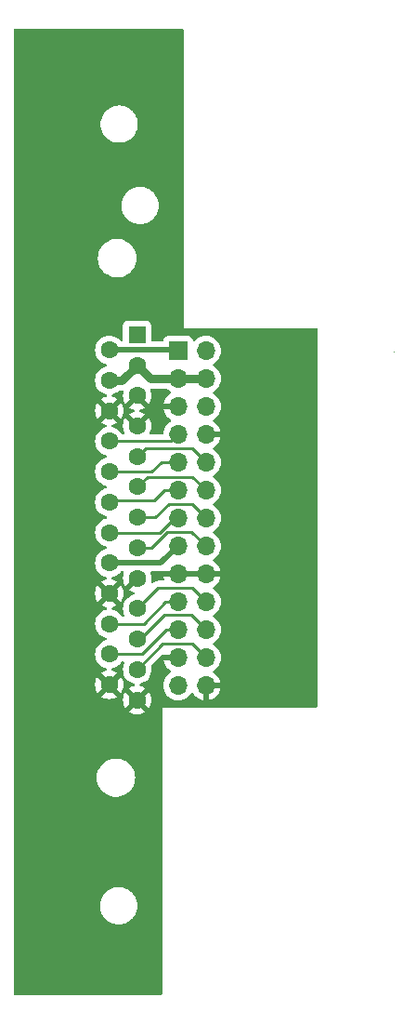
<source format=gbr>
%TF.GenerationSoftware,KiCad,Pcbnew,7.0.2-0*%
%TF.CreationDate,2023-09-18T20:01:19+02:00*%
%TF.ProjectId,FlukePodAdapter,466c756b-6550-46f6-9441-646170746572,rev?*%
%TF.SameCoordinates,Original*%
%TF.FileFunction,Copper,L1,Top*%
%TF.FilePolarity,Positive*%
%FSLAX46Y46*%
G04 Gerber Fmt 4.6, Leading zero omitted, Abs format (unit mm)*
G04 Created by KiCad (PCBNEW 7.0.2-0) date 2023-09-18 20:01:19*
%MOMM*%
%LPD*%
G01*
G04 APERTURE LIST*
%TA.AperFunction,ComponentPad*%
%ADD10O,1.700000X1.700000*%
%TD*%
%TA.AperFunction,ComponentPad*%
%ADD11R,1.700000X1.700000*%
%TD*%
%TA.AperFunction,ComponentPad*%
%ADD12R,1.600000X1.600000*%
%TD*%
%TA.AperFunction,ComponentPad*%
%ADD13C,1.600000*%
%TD*%
%TA.AperFunction,Conductor*%
%ADD14C,0.250000*%
%TD*%
%TA.AperFunction,Conductor*%
%ADD15C,0.500000*%
%TD*%
%TA.AperFunction,Conductor*%
%ADD16C,0.000000*%
%TD*%
%TA.AperFunction,Conductor*%
%ADD17C,0.800000*%
%TD*%
G04 APERTURE END LIST*
D10*
%TO.P,A23-J1,1*%
%TO.N,N/C*%
X77500000Y-80720000D03*
%TO.P,A23-J1,2,+5V*%
%TO.N,+5V*%
X77500000Y-83260000D03*
%TO.P,A23-J1,3*%
%TO.N,N/C*%
X77500000Y-85800000D03*
%TO.P,A23-J1,4,+5RET*%
%TO.N,GND*%
X77500000Y-88340000D03*
%TO.P,A23-J1,5,POD6*%
%TO.N,POD6*%
X77500000Y-90880000D03*
%TO.P,A23-J1,6,POD4*%
%TO.N,POD4*%
X77500000Y-93420000D03*
%TO.P,A23-J1,7,POD2*%
%TO.N,POD2*%
X77500000Y-95960000D03*
%TO.P,A23-J1,8,POD0*%
%TO.N,POD0*%
X77500000Y-98500000D03*
%TO.P,A23-J1,9,~{PODprsnt}*%
%TO.N,GND*%
X77500000Y-101040000D03*
%TO.P,A23-J1,10,~{SYNC}*%
%TO.N,~{PODSYNC}*%
X77500000Y-103580000D03*
%TO.P,A23-J1,11,PWRFAIL*%
%TO.N,PODPWRFAIL*%
X77500000Y-106120000D03*
%TO.P,A23-J1,12,~{MAINSTAT}*%
%TO.N,~{MAINSTAT}*%
X77500000Y-108660000D03*
%TO.P,A23-J1,13,+12RET*%
%TO.N,GND*%
X77500000Y-111200000D03*
D11*
%TO.P,A23-J1,14,+12V*%
%TO.N,+12V*%
X74960000Y-80720000D03*
D10*
%TO.P,A23-J1,15,+5V*%
%TO.N,+5V*%
X74960000Y-83260000D03*
%TO.P,A23-J1,16,+5RET*%
%TO.N,GND*%
X74960000Y-85800000D03*
%TO.P,A23-J1,17,POD7*%
%TO.N,POD7*%
X74960000Y-88340000D03*
%TO.P,A23-J1,18,POD5*%
%TO.N,POD5*%
X74960000Y-90880000D03*
%TO.P,A23-J1,19,POD3*%
%TO.N,POD3*%
X74960000Y-93420000D03*
%TO.P,A23-J1,20,POD1*%
%TO.N,POD1*%
X74960000Y-95960000D03*
%TO.P,A23-J1,21,-5V*%
%TO.N,-5V*%
X74960000Y-98500000D03*
%TO.P,A23-J1,22,SncShld*%
%TO.N,GND*%
X74960000Y-101040000D03*
%TO.P,A23-J1,23,~{9010RST}*%
%TO.N,~{PODRESET}*%
X74960000Y-103580000D03*
%TO.P,A23-J1,24,~{PODSTAT}*%
%TO.N,~{PODSTAT}*%
X74960000Y-106120000D03*
%TO.P,A23-J1,25,-5RET*%
%TO.N,GND*%
X74960000Y-108660000D03*
%TO.P,A23-J1,26*%
%TO.N,N/C*%
X74960000Y-111200000D03*
%TD*%
D12*
%TO.P,J1,1,1*%
%TO.N,unconnected-(J1-Pad1)*%
X71230331Y-79275000D03*
D13*
%TO.P,J1,2,2*%
%TO.N,+5V*%
X71230331Y-82045000D03*
%TO.P,J1,3,3*%
%TO.N,GND*%
X71230331Y-84815000D03*
%TO.P,J1,4,4*%
X71230331Y-87585000D03*
%TO.P,J1,5,5*%
%TO.N,POD6*%
X71230331Y-90355000D03*
%TO.P,J1,6,6*%
%TO.N,POD4*%
X71230331Y-93125000D03*
%TO.P,J1,7,7*%
%TO.N,POD2*%
X71230331Y-95895000D03*
%TO.P,J1,8,8*%
%TO.N,POD0*%
X71230331Y-98665000D03*
%TO.P,J1,9,9*%
%TO.N,GND*%
X71230331Y-101435000D03*
%TO.P,J1,10,10*%
%TO.N,~{PODSYNC}*%
X71230331Y-104205000D03*
%TO.P,J1,11,11*%
%TO.N,PODPWRFAIL*%
X71230331Y-106975000D03*
%TO.P,J1,12,12*%
%TO.N,~{MAINSTAT}*%
X71230331Y-109745000D03*
%TO.P,J1,13,13*%
%TO.N,GND*%
X71230331Y-112515000D03*
%TO.P,J1,14,P14*%
%TO.N,+12V*%
X68690331Y-80660000D03*
%TO.P,J1,15,P15*%
%TO.N,+5V*%
X68690331Y-83430000D03*
%TO.P,J1,16,P16*%
%TO.N,GND*%
X68690331Y-86200000D03*
%TO.P,J1,17,P17*%
%TO.N,POD7*%
X68690331Y-88970000D03*
%TO.P,J1,18,P18*%
%TO.N,POD5*%
X68690331Y-91740000D03*
%TO.P,J1,19,P19*%
%TO.N,POD3*%
X68690331Y-94510000D03*
%TO.P,J1,20,P20*%
%TO.N,POD1*%
X68690331Y-97280000D03*
%TO.P,J1,21,P21*%
%TO.N,-5V*%
X68690331Y-100050000D03*
%TO.P,J1,22,P22*%
%TO.N,GND*%
X68690331Y-102820000D03*
%TO.P,J1,23,P23*%
%TO.N,~{PODRESET}*%
X68690331Y-105590000D03*
%TO.P,J1,24,P24*%
%TO.N,~{PODSTAT}*%
X68690331Y-108360000D03*
%TO.P,J1,25,P25*%
%TO.N,GND*%
X68690331Y-111130000D03*
%TD*%
D14*
%TO.N,POD6*%
X71230331Y-90355000D02*
X71985331Y-89600000D01*
X71985331Y-89600000D02*
X76220000Y-89600000D01*
X76220000Y-89600000D02*
X77500000Y-90880000D01*
%TO.N,POD4*%
X71230331Y-93125000D02*
X72155331Y-92200000D01*
X72155331Y-92200000D02*
X76280000Y-92200000D01*
X76280000Y-92200000D02*
X77500000Y-93420000D01*
%TO.N,POD2*%
X71230331Y-95895000D02*
X72905000Y-95895000D01*
X72905000Y-95895000D02*
X74100000Y-94700000D01*
X74100000Y-94700000D02*
X76240000Y-94700000D01*
X76240000Y-94700000D02*
X77500000Y-95960000D01*
%TO.N,POD0*%
X71230331Y-98665000D02*
X72535000Y-98665000D01*
X72535000Y-98665000D02*
X74000000Y-97200000D01*
X74000000Y-97200000D02*
X76200000Y-97200000D01*
X76200000Y-97200000D02*
X77500000Y-98500000D01*
%TO.N,PODPWRFAIL*%
X71230331Y-106975000D02*
X71525000Y-106975000D01*
X73700000Y-104800000D02*
X76180000Y-104800000D01*
X76180000Y-104800000D02*
X77500000Y-106120000D01*
X71525000Y-106975000D02*
X73700000Y-104800000D01*
%TO.N,~{MAINSTAT}*%
X71230331Y-109745000D02*
X73575331Y-107400000D01*
X73575331Y-107400000D02*
X76240000Y-107400000D01*
X76240000Y-107400000D02*
X77500000Y-108660000D01*
%TO.N,~{PODSTAT}*%
X68690331Y-108360000D02*
X71640000Y-108360000D01*
X73880000Y-106120000D02*
X74960000Y-106120000D01*
X71640000Y-108360000D02*
X73880000Y-106120000D01*
%TO.N,~{PODRESET}*%
X68690331Y-105590000D02*
X71810000Y-105590000D01*
X71810000Y-105590000D02*
X73820000Y-103580000D01*
X73820000Y-103580000D02*
X74960000Y-103580000D01*
%TO.N,POD5*%
X68690331Y-91740000D02*
X72560000Y-91740000D01*
X72560000Y-91740000D02*
X73420000Y-90880000D01*
X73420000Y-90880000D02*
X74960000Y-90880000D01*
%TO.N,POD3*%
X68690331Y-94510000D02*
X68864832Y-94335499D01*
X73680000Y-93420000D02*
X74960000Y-93420000D01*
X68864832Y-94335499D02*
X72764501Y-94335499D01*
X72764501Y-94335499D02*
X73680000Y-93420000D01*
%TO.N,POD1*%
X68690331Y-97280000D02*
X73284310Y-97280000D01*
X74604310Y-95960000D02*
X74960000Y-95960000D01*
X73284310Y-97280000D02*
X74604310Y-95960000D01*
%TO.N,~{PODSYNC}*%
X71230331Y-104205000D02*
X73135331Y-102300000D01*
X73135331Y-102300000D02*
X76220000Y-102300000D01*
X76220000Y-102300000D02*
X77500000Y-103580000D01*
%TO.N,POD7*%
X68690331Y-88970000D02*
X74330000Y-88970000D01*
X74330000Y-88970000D02*
X74960000Y-88340000D01*
D15*
%TO.N,-5V*%
X68690331Y-100050000D02*
X73410000Y-100050000D01*
X73410000Y-100050000D02*
X74960000Y-98500000D01*
%TO.N,+12V*%
X68690331Y-80660000D02*
X74900000Y-80660000D01*
X74900000Y-80660000D02*
X74960000Y-80720000D01*
D16*
%TO.N,*%
X94604700Y-80775000D02*
X94618888Y-80775000D01*
D17*
%TO.N,+5V*%
X69845331Y-83430000D02*
X71230331Y-82045000D01*
X72445331Y-83260000D02*
X74960000Y-83260000D01*
X71230331Y-82045000D02*
X72445331Y-83260000D01*
X74960000Y-83260000D02*
X77500000Y-83260000D01*
X68690331Y-83430000D02*
X69845331Y-83430000D01*
%TD*%
%TA.AperFunction,Conductor*%
%TO.N,GND*%
G36*
X69964210Y-100820185D02*
G01*
X70009965Y-100872989D01*
X70019909Y-100942147D01*
X70009552Y-100976906D01*
X70004065Y-100988672D01*
X69945189Y-101208397D01*
X69925364Y-101434999D01*
X69945189Y-101661602D01*
X70004064Y-101881326D01*
X70100197Y-102087484D01*
X70151303Y-102160471D01*
X70151304Y-102160472D01*
X70747253Y-101564522D01*
X70770838Y-101644844D01*
X70848570Y-101765798D01*
X70957231Y-101859952D01*
X71088016Y-101919680D01*
X71097795Y-101921086D01*
X70504857Y-102514025D01*
X70504857Y-102514026D01*
X70577846Y-102565133D01*
X70784004Y-102661266D01*
X70928432Y-102699966D01*
X70988092Y-102736331D01*
X71018621Y-102799178D01*
X71010326Y-102868554D01*
X70965841Y-102922432D01*
X70928432Y-102939516D01*
X70783833Y-102978261D01*
X70577595Y-103074432D01*
X70391190Y-103204953D01*
X70230284Y-103365859D01*
X70099763Y-103552264D01*
X70003592Y-103758502D01*
X69944695Y-103978310D01*
X69924862Y-104205000D01*
X69944695Y-104431689D01*
X69987101Y-104589953D01*
X70003592Y-104651496D01*
X70056587Y-104765144D01*
X70067290Y-104788095D01*
X70077782Y-104857172D01*
X70049263Y-104920956D01*
X69990786Y-104959196D01*
X69954908Y-104964500D01*
X69904519Y-104964500D01*
X69837480Y-104944815D01*
X69802944Y-104911623D01*
X69690377Y-104750859D01*
X69529471Y-104589953D01*
X69343066Y-104459432D01*
X69136828Y-104363261D01*
X68992229Y-104324516D01*
X68932569Y-104288151D01*
X68902040Y-104225304D01*
X68910335Y-104155928D01*
X68954820Y-104102050D01*
X68992229Y-104084966D01*
X69136658Y-104046266D01*
X69342811Y-103950134D01*
X69415803Y-103899025D01*
X68822865Y-103306086D01*
X68832646Y-103304680D01*
X68963431Y-103244952D01*
X69072092Y-103150798D01*
X69149824Y-103029844D01*
X69173407Y-102949523D01*
X69769356Y-103545472D01*
X69820465Y-103472480D01*
X69916597Y-103266326D01*
X69975472Y-103046602D01*
X69995297Y-102820000D01*
X69975472Y-102593397D01*
X69916597Y-102373673D01*
X69820464Y-102167515D01*
X69769356Y-102094526D01*
X69173407Y-102690475D01*
X69149824Y-102610156D01*
X69072092Y-102489202D01*
X68963431Y-102395048D01*
X68832646Y-102335320D01*
X68822864Y-102333913D01*
X69415803Y-101740974D01*
X69415802Y-101740972D01*
X69342815Y-101689866D01*
X69136657Y-101593733D01*
X68992229Y-101555033D01*
X68932568Y-101518667D01*
X68902040Y-101455820D01*
X68910335Y-101386445D01*
X68954821Y-101332567D01*
X68992227Y-101315484D01*
X69136827Y-101276739D01*
X69343065Y-101180568D01*
X69529470Y-101050047D01*
X69690378Y-100889139D01*
X69715417Y-100853377D01*
X69769995Y-100809752D01*
X69816994Y-100800500D01*
X69897171Y-100800500D01*
X69964210Y-100820185D01*
G37*
%TD.AperFunction*%
%TA.AperFunction,Conductor*%
G36*
X74500507Y-100830156D02*
G01*
X74460000Y-100968111D01*
X74460000Y-101111889D01*
X74500507Y-101249844D01*
X74526314Y-101290000D01*
X73629364Y-101290000D01*
X73689377Y-101513970D01*
X73686576Y-101514720D01*
X73694546Y-101567162D01*
X73666032Y-101630949D01*
X73607559Y-101669193D01*
X73571671Y-101674500D01*
X73218075Y-101674500D01*
X73197568Y-101672235D01*
X73127458Y-101674439D01*
X73123563Y-101674500D01*
X73095981Y-101674500D01*
X73092136Y-101674985D01*
X73092111Y-101674987D01*
X73091984Y-101675004D01*
X73080364Y-101675918D01*
X73036700Y-101677290D01*
X73017460Y-101682880D01*
X72998412Y-101686825D01*
X72978540Y-101689335D01*
X72937930Y-101705413D01*
X72926885Y-101709194D01*
X72884941Y-101721381D01*
X72867696Y-101731579D01*
X72850235Y-101740133D01*
X72831598Y-101747512D01*
X72796262Y-101773185D01*
X72786505Y-101779595D01*
X72748911Y-101801829D01*
X72734744Y-101815996D01*
X72719953Y-101828628D01*
X72693760Y-101847659D01*
X72627954Y-101871140D01*
X72559900Y-101855316D01*
X72511204Y-101805211D01*
X72497328Y-101736733D01*
X72501098Y-101715247D01*
X72515472Y-101661600D01*
X72535297Y-101434999D01*
X72515472Y-101208397D01*
X72456596Y-100988672D01*
X72451110Y-100976906D01*
X72440617Y-100907829D01*
X72469136Y-100844045D01*
X72527612Y-100805804D01*
X72563491Y-100800500D01*
X73346294Y-100800500D01*
X73364264Y-100801809D01*
X73368320Y-100802402D01*
X73388023Y-100805289D01*
X73437368Y-100800972D01*
X73448176Y-100800500D01*
X73450100Y-100800500D01*
X73453709Y-100800500D01*
X73484550Y-100796894D01*
X73488024Y-100796539D01*
X73557408Y-100790470D01*
X73568215Y-100792642D01*
X73568215Y-100790000D01*
X74526314Y-100790000D01*
X74500507Y-100830156D01*
G37*
%TD.AperFunction*%
%TA.AperFunction,Conductor*%
G36*
X77040507Y-100830156D02*
G01*
X77000000Y-100968111D01*
X77000000Y-101111889D01*
X77040507Y-101249844D01*
X77066314Y-101290000D01*
X75393686Y-101290000D01*
X75419493Y-101249844D01*
X75460000Y-101111889D01*
X75460000Y-100968111D01*
X75419493Y-100830156D01*
X75393686Y-100790000D01*
X77066314Y-100790000D01*
X77040507Y-100830156D01*
G37*
%TD.AperFunction*%
%TA.AperFunction,Conductor*%
G36*
X69784102Y-84332026D02*
G01*
X69797943Y-84334219D01*
X69845927Y-84331704D01*
X69913903Y-84347853D01*
X69962359Y-84398190D01*
X69975908Y-84466733D01*
X69972190Y-84487627D01*
X69945189Y-84588395D01*
X69925364Y-84815000D01*
X69945189Y-85041602D01*
X70004064Y-85261326D01*
X70100197Y-85467484D01*
X70151303Y-85540471D01*
X70151304Y-85540472D01*
X70747253Y-84944522D01*
X70770838Y-85024844D01*
X70848570Y-85145798D01*
X70957231Y-85239952D01*
X71088016Y-85299680D01*
X71097797Y-85301086D01*
X70504857Y-85894025D01*
X70504857Y-85894026D01*
X70577846Y-85945133D01*
X70784004Y-86041266D01*
X70929398Y-86080225D01*
X70989058Y-86116590D01*
X71019587Y-86179437D01*
X71011292Y-86248813D01*
X70966807Y-86302691D01*
X70929398Y-86319775D01*
X70784004Y-86358733D01*
X70577847Y-86454865D01*
X70504858Y-86505973D01*
X70504857Y-86505973D01*
X71097798Y-87098913D01*
X71088016Y-87100320D01*
X70957231Y-87160048D01*
X70848570Y-87254202D01*
X70770838Y-87375156D01*
X70747253Y-87455476D01*
X70151304Y-86859527D01*
X70100196Y-86932516D01*
X70004064Y-87138672D01*
X69945189Y-87358397D01*
X69925364Y-87584999D01*
X69945189Y-87811602D01*
X70004064Y-88031326D01*
X70067841Y-88168095D01*
X70078333Y-88237173D01*
X70049813Y-88300957D01*
X69991337Y-88339196D01*
X69955459Y-88344500D01*
X69904519Y-88344500D01*
X69837480Y-88324815D01*
X69802944Y-88291623D01*
X69690377Y-88130859D01*
X69529471Y-87969953D01*
X69343066Y-87839432D01*
X69136828Y-87743261D01*
X68992229Y-87704516D01*
X68932569Y-87668151D01*
X68902040Y-87605304D01*
X68910335Y-87535928D01*
X68954820Y-87482050D01*
X68992229Y-87464966D01*
X69136658Y-87426266D01*
X69342811Y-87330134D01*
X69415803Y-87279025D01*
X68822865Y-86686086D01*
X68832646Y-86684680D01*
X68963431Y-86624952D01*
X69072092Y-86530798D01*
X69149824Y-86409844D01*
X69173407Y-86329523D01*
X69769356Y-86925472D01*
X69820465Y-86852480D01*
X69916597Y-86646326D01*
X69975472Y-86426602D01*
X69995297Y-86200000D01*
X69975472Y-85973397D01*
X69916597Y-85753673D01*
X69820464Y-85547515D01*
X69769356Y-85474526D01*
X69173407Y-86070475D01*
X69149824Y-85990156D01*
X69072092Y-85869202D01*
X68963431Y-85775048D01*
X68832646Y-85715320D01*
X68822864Y-85713913D01*
X69415803Y-85120974D01*
X69415802Y-85120972D01*
X69342815Y-85069866D01*
X69136657Y-84973733D01*
X68992229Y-84935033D01*
X68932568Y-84898667D01*
X68902040Y-84835820D01*
X68910335Y-84766445D01*
X68954821Y-84712567D01*
X68992227Y-84695484D01*
X69136827Y-84656739D01*
X69343065Y-84560568D01*
X69529470Y-84430047D01*
X69592699Y-84366817D01*
X69654020Y-84333334D01*
X69680379Y-84330500D01*
X69764705Y-84330500D01*
X69784102Y-84332026D01*
G37*
%TD.AperFunction*%
%TA.AperFunction,Conductor*%
G36*
X73966281Y-84180185D02*
G01*
X73986923Y-84196819D01*
X74088599Y-84298495D01*
X74274596Y-84428732D01*
X74318219Y-84483307D01*
X74325412Y-84552806D01*
X74293890Y-84615160D01*
X74274595Y-84631880D01*
X74088919Y-84761892D01*
X73921890Y-84928921D01*
X73786400Y-85122421D01*
X73686569Y-85336507D01*
X73629364Y-85549999D01*
X73629364Y-85550000D01*
X74526314Y-85550000D01*
X74500507Y-85590156D01*
X74460000Y-85728111D01*
X74460000Y-85871889D01*
X74500507Y-86009844D01*
X74526314Y-86050000D01*
X73629364Y-86050000D01*
X73686569Y-86263492D01*
X73786399Y-86477576D01*
X73921893Y-86671081D01*
X74088918Y-86838106D01*
X74274595Y-86968119D01*
X74318219Y-87022696D01*
X74325412Y-87092195D01*
X74293890Y-87154549D01*
X74274595Y-87171269D01*
X74188654Y-87231446D01*
X74120703Y-87279026D01*
X74088595Y-87301508D01*
X73921505Y-87468598D01*
X73785965Y-87662170D01*
X73686097Y-87876336D01*
X73624936Y-88104592D01*
X73613850Y-88231308D01*
X73588397Y-88296376D01*
X73531807Y-88337355D01*
X73490322Y-88344500D01*
X72505203Y-88344500D01*
X72438164Y-88324815D01*
X72392409Y-88272011D01*
X72382465Y-88202853D01*
X72392821Y-88168095D01*
X72456597Y-88031326D01*
X72515472Y-87811602D01*
X72535297Y-87585000D01*
X72515472Y-87358397D01*
X72456597Y-87138673D01*
X72360464Y-86932515D01*
X72309356Y-86859526D01*
X71713407Y-87455474D01*
X71689824Y-87375156D01*
X71612092Y-87254202D01*
X71503431Y-87160048D01*
X71372646Y-87100320D01*
X71362864Y-87098913D01*
X71955803Y-86505974D01*
X71955802Y-86505972D01*
X71882815Y-86454866D01*
X71676657Y-86358733D01*
X71531263Y-86319775D01*
X71471603Y-86283410D01*
X71441074Y-86220563D01*
X71449369Y-86151187D01*
X71493854Y-86097309D01*
X71531263Y-86080225D01*
X71676657Y-86041266D01*
X71882811Y-85945134D01*
X71955803Y-85894025D01*
X71362865Y-85301086D01*
X71372646Y-85299680D01*
X71503431Y-85239952D01*
X71612092Y-85145798D01*
X71689824Y-85024844D01*
X71713407Y-84944523D01*
X72309356Y-85540472D01*
X72360465Y-85467480D01*
X72456597Y-85261326D01*
X72515472Y-85041602D01*
X72535297Y-84815000D01*
X72515472Y-84588397D01*
X72456597Y-84368675D01*
X72441783Y-84336904D01*
X72431292Y-84267826D01*
X72459812Y-84204043D01*
X72518289Y-84165804D01*
X72554166Y-84160500D01*
X73899242Y-84160500D01*
X73966281Y-84180185D01*
G37*
%TD.AperFunction*%
%TA.AperFunction,Conductor*%
G36*
X75442539Y-51420185D02*
G01*
X75488294Y-51472989D01*
X75499500Y-51524500D01*
X75499500Y-78675467D01*
X75499416Y-78675889D01*
X75499459Y-78700000D01*
X75499501Y-78700101D01*
X75499616Y-78700382D01*
X75499618Y-78700384D01*
X75499808Y-78700462D01*
X75500000Y-78700541D01*
X75500002Y-78700539D01*
X75524616Y-78700524D01*
X75524616Y-78700528D01*
X75524760Y-78700500D01*
X87575500Y-78700500D01*
X87642539Y-78720185D01*
X87688294Y-78772989D01*
X87699500Y-78824500D01*
X87699500Y-113075500D01*
X87679815Y-113142539D01*
X87627011Y-113188294D01*
X87575500Y-113199500D01*
X73524760Y-113199500D01*
X73524554Y-113199459D01*
X73499999Y-113199459D01*
X73499900Y-113199500D01*
X73499618Y-113199615D01*
X73499615Y-113199618D01*
X73499459Y-113199999D01*
X73499476Y-113224616D01*
X73499471Y-113224616D01*
X73499500Y-113224759D01*
X73499500Y-139275500D01*
X73479815Y-139342539D01*
X73427011Y-139388294D01*
X73375500Y-139399500D01*
X60124500Y-139399500D01*
X60057461Y-139379815D01*
X60011706Y-139327011D01*
X60000500Y-139275500D01*
X60000500Y-131250000D01*
X67840327Y-131250000D01*
X67846154Y-131327765D01*
X67844038Y-131337649D01*
X67848845Y-131368768D01*
X67849949Y-131378404D01*
X67850218Y-131381984D01*
X67850567Y-131391275D01*
X67850567Y-131417620D01*
X67853748Y-131429095D01*
X67859340Y-131503716D01*
X67877398Y-131582832D01*
X67876714Y-131593980D01*
X67886759Y-131625721D01*
X67889423Y-131635517D01*
X67890366Y-131639645D01*
X67892027Y-131648331D01*
X67895735Y-131672337D01*
X67900005Y-131681875D01*
X67915957Y-131751768D01*
X67946768Y-131830272D01*
X67947845Y-131842431D01*
X67963308Y-131873660D01*
X67967611Y-131883379D01*
X67969633Y-131888531D01*
X67972426Y-131896420D01*
X67979015Y-131917242D01*
X67983857Y-131924774D01*
X68008910Y-131988607D01*
X68028007Y-132021683D01*
X68052674Y-132064408D01*
X68055791Y-132077258D01*
X68076603Y-132106846D01*
X68082564Y-132116180D01*
X68086357Y-132122749D01*
X68090097Y-132129733D01*
X68098489Y-132146683D01*
X68103385Y-132152242D01*
X68136125Y-132208949D01*
X68162666Y-132242231D01*
X68192690Y-132279879D01*
X68198061Y-132293035D01*
X68223939Y-132319925D01*
X68231535Y-132328590D01*
X68238031Y-132336736D01*
X68242502Y-132342702D01*
X68251385Y-132355332D01*
X68255850Y-132359080D01*
X68294758Y-132407869D01*
X68294760Y-132407871D01*
X68294761Y-132407872D01*
X68363624Y-132471768D01*
X68371390Y-132484806D01*
X68401842Y-132508019D01*
X68411014Y-132515739D01*
X68421309Y-132525292D01*
X68426308Y-132530201D01*
X68434152Y-132538351D01*
X68437748Y-132540545D01*
X68481267Y-132580924D01*
X68561544Y-132635656D01*
X68571766Y-132648123D01*
X68606135Y-132666812D01*
X68616749Y-132673294D01*
X68632163Y-132683803D01*
X68637485Y-132687642D01*
X68642549Y-132691502D01*
X68644905Y-132692490D01*
X68691486Y-132724249D01*
X68781936Y-132767807D01*
X68794590Y-132779232D01*
X68832068Y-132792692D01*
X68843937Y-132797665D01*
X68865973Y-132808277D01*
X68871384Y-132811050D01*
X68871763Y-132811256D01*
X68872588Y-132811463D01*
X68920718Y-132834641D01*
X69019736Y-132865184D01*
X69034706Y-132875094D01*
X69074368Y-132882786D01*
X69087288Y-132886021D01*
X69163843Y-132909635D01*
X69269517Y-132925562D01*
X69286597Y-132933504D01*
X69327445Y-132935070D01*
X69341176Y-132936364D01*
X69415429Y-132947556D01*
X69525545Y-132947556D01*
X69544449Y-132953107D01*
X69585447Y-132948374D01*
X69599668Y-132947556D01*
X69669858Y-132947556D01*
X69781952Y-132930660D01*
X69802312Y-132933446D01*
X69842402Y-132922429D01*
X69856770Y-132919383D01*
X69921445Y-132909635D01*
X70032879Y-132875261D01*
X70054251Y-132874971D01*
X70092397Y-132857871D01*
X70106572Y-132852531D01*
X70107644Y-132852200D01*
X70164570Y-132834641D01*
X70272569Y-132782631D01*
X70294458Y-132779027D01*
X70329687Y-132756213D01*
X70343274Y-132748581D01*
X70393802Y-132724249D01*
X70495544Y-132654882D01*
X70517405Y-132647812D01*
X70548816Y-132619819D01*
X70561458Y-132609942D01*
X70604021Y-132580924D01*
X70696680Y-132494948D01*
X70717938Y-132484352D01*
X70744744Y-132451848D01*
X70756061Y-132439851D01*
X70790530Y-132407869D01*
X70871382Y-132306482D01*
X70891447Y-132292398D01*
X70912979Y-132256181D01*
X70922609Y-132242245D01*
X70949163Y-132208949D01*
X71015637Y-132093812D01*
X71033918Y-132076381D01*
X71049657Y-132037331D01*
X71057271Y-132021699D01*
X71076378Y-131988607D01*
X71169331Y-131751766D01*
X71225947Y-131503717D01*
X71244960Y-131250000D01*
X71225947Y-130996283D01*
X71169331Y-130748234D01*
X71076378Y-130511393D01*
X71057278Y-130478311D01*
X71049658Y-130462670D01*
X71037116Y-130431552D01*
X71015639Y-130406190D01*
X70949163Y-130291051D01*
X70922621Y-130257768D01*
X70912981Y-130243821D01*
X70895688Y-130214734D01*
X70871384Y-130193519D01*
X70853741Y-130171395D01*
X70790530Y-130092131D01*
X70756070Y-130060157D01*
X70744750Y-130048156D01*
X70723056Y-130021850D01*
X70696680Y-130005051D01*
X70604023Y-129919077D01*
X70561468Y-129890064D01*
X70548820Y-129880183D01*
X70523210Y-129857359D01*
X70495546Y-129845118D01*
X70401118Y-129780739D01*
X70393802Y-129775751D01*
X70343295Y-129751428D01*
X70329694Y-129743789D01*
X70300759Y-129725050D01*
X70272569Y-129717368D01*
X70164573Y-129665360D01*
X70106573Y-129647469D01*
X70092401Y-129642129D01*
X70060849Y-129627985D01*
X70032881Y-129624738D01*
X69921447Y-129590365D01*
X69856783Y-129580618D01*
X69842409Y-129577571D01*
X69809014Y-129568394D01*
X69781953Y-129569339D01*
X69669859Y-129552444D01*
X69669858Y-129552444D01*
X69599663Y-129552444D01*
X69585443Y-129551626D01*
X69551060Y-129547656D01*
X69525544Y-129552444D01*
X69415429Y-129552444D01*
X69341195Y-129563633D01*
X69327463Y-129564927D01*
X69292963Y-129566249D01*
X69269519Y-129574436D01*
X69163841Y-129590365D01*
X69087316Y-129613970D01*
X69074376Y-129617211D01*
X69040659Y-129623750D01*
X69019738Y-129634815D01*
X68920721Y-129665358D01*
X68920718Y-129665359D01*
X68872589Y-129688536D01*
X68871945Y-129688642D01*
X68871346Y-129688968D01*
X68865927Y-129691744D01*
X68843965Y-129702321D01*
X68832075Y-129707303D01*
X68800011Y-129718818D01*
X68781938Y-129732191D01*
X68691486Y-129775751D01*
X68644906Y-129807508D01*
X68643062Y-129808104D01*
X68637458Y-129812376D01*
X68632140Y-129816211D01*
X68616758Y-129826698D01*
X68606146Y-129833179D01*
X68576553Y-129849271D01*
X68561547Y-129864341D01*
X68481268Y-129919074D01*
X68437748Y-129959455D01*
X68434892Y-129960878D01*
X68426298Y-129969808D01*
X68421295Y-129974721D01*
X68411017Y-129984257D01*
X68401852Y-129991971D01*
X68375464Y-130012086D01*
X68363627Y-130028229D01*
X68294757Y-130092131D01*
X68255850Y-130140919D01*
X68252240Y-130143452D01*
X68242499Y-130157301D01*
X68238027Y-130163269D01*
X68231547Y-130171395D01*
X68223944Y-130180069D01*
X68201385Y-130203509D01*
X68192692Y-130220117D01*
X68136125Y-130291050D01*
X68103385Y-130347757D01*
X68099326Y-130351626D01*
X68090094Y-130370273D01*
X68086356Y-130377252D01*
X68082569Y-130383811D01*
X68076607Y-130393148D01*
X68058355Y-130419096D01*
X68052675Y-130435589D01*
X68008909Y-130511394D01*
X67983858Y-130575224D01*
X67979705Y-130580579D01*
X67972424Y-130603586D01*
X67969629Y-130611480D01*
X67967609Y-130616626D01*
X67963308Y-130626336D01*
X67949675Y-130653870D01*
X67946770Y-130669722D01*
X67915957Y-130748234D01*
X67915957Y-130748236D01*
X67900005Y-130818124D01*
X67896140Y-130825033D01*
X67892025Y-130851672D01*
X67890370Y-130860332D01*
X67889429Y-130864455D01*
X67886760Y-130874275D01*
X67877851Y-130902427D01*
X67877398Y-130917167D01*
X67859340Y-130996283D01*
X67853748Y-131070904D01*
X67850567Y-131079344D01*
X67850567Y-131108724D01*
X67850218Y-131118020D01*
X67849949Y-131121598D01*
X67848845Y-131131228D01*
X67844559Y-131158979D01*
X67846155Y-131172234D01*
X67840327Y-131250000D01*
X60000500Y-131250000D01*
X60000500Y-119600000D01*
X67544591Y-119600000D01*
X67564197Y-119861627D01*
X67622580Y-120117418D01*
X67717426Y-120359080D01*
X67718432Y-120361643D01*
X67849614Y-120588857D01*
X68013195Y-120793981D01*
X68013197Y-120793983D01*
X68013198Y-120793984D01*
X68205514Y-120972428D01*
X68205520Y-120972432D01*
X68205521Y-120972433D01*
X68422296Y-121120228D01*
X68658677Y-121234063D01*
X68909385Y-121311396D01*
X69168818Y-121350500D01*
X69431182Y-121350500D01*
X69690615Y-121311396D01*
X69941323Y-121234063D01*
X70177704Y-121120228D01*
X70394479Y-120972433D01*
X70394482Y-120972429D01*
X70394485Y-120972428D01*
X70479792Y-120893273D01*
X70586805Y-120793981D01*
X70750386Y-120588857D01*
X70881568Y-120361643D01*
X70977420Y-120117416D01*
X71035802Y-119861630D01*
X71055408Y-119600000D01*
X71035802Y-119338370D01*
X70977420Y-119082584D01*
X70881568Y-118838357D01*
X70750386Y-118611143D01*
X70586805Y-118406019D01*
X70586801Y-118406015D01*
X70394485Y-118227571D01*
X70377170Y-118215766D01*
X70177704Y-118079772D01*
X69941323Y-117965937D01*
X69690615Y-117888604D01*
X69431182Y-117849500D01*
X69168818Y-117849500D01*
X68909385Y-117888604D01*
X68658677Y-117965937D01*
X68422296Y-118079772D01*
X68414791Y-118084889D01*
X68205514Y-118227571D01*
X68013198Y-118406015D01*
X67849613Y-118611143D01*
X67718431Y-118838358D01*
X67622580Y-119082581D01*
X67564197Y-119338372D01*
X67544591Y-119600000D01*
X60000500Y-119600000D01*
X60000500Y-108360000D01*
X67384862Y-108360000D01*
X67404695Y-108586689D01*
X67463592Y-108806497D01*
X67559763Y-109012735D01*
X67690284Y-109199140D01*
X67851190Y-109360046D01*
X68037595Y-109490567D01*
X68037596Y-109490567D01*
X68037597Y-109490568D01*
X68243835Y-109586739D01*
X68388431Y-109625483D01*
X68448092Y-109661848D01*
X68478621Y-109724695D01*
X68470326Y-109794070D01*
X68425841Y-109847948D01*
X68388433Y-109865033D01*
X68244002Y-109903734D01*
X68037847Y-109999865D01*
X67964858Y-110050973D01*
X67964857Y-110050973D01*
X68557798Y-110643913D01*
X68548016Y-110645320D01*
X68417231Y-110705048D01*
X68308570Y-110799202D01*
X68230838Y-110920156D01*
X68207254Y-111000476D01*
X67611304Y-110404526D01*
X67611304Y-110404527D01*
X67560196Y-110477516D01*
X67464064Y-110683672D01*
X67405189Y-110903397D01*
X67385364Y-111130000D01*
X67405189Y-111356602D01*
X67464064Y-111576326D01*
X67560197Y-111782484D01*
X67611303Y-111855471D01*
X67611305Y-111855472D01*
X68207253Y-111259523D01*
X68230838Y-111339844D01*
X68308570Y-111460798D01*
X68417231Y-111554952D01*
X68548016Y-111614680D01*
X68557797Y-111616086D01*
X67964857Y-112209025D01*
X67964857Y-112209026D01*
X68037846Y-112260133D01*
X68244004Y-112356266D01*
X68463728Y-112415141D01*
X68690331Y-112434966D01*
X68916933Y-112415141D01*
X69136657Y-112356266D01*
X69342811Y-112260134D01*
X69415803Y-112209025D01*
X68822865Y-111616086D01*
X68832646Y-111614680D01*
X68963431Y-111554952D01*
X69072092Y-111460798D01*
X69149824Y-111339844D01*
X69173407Y-111259523D01*
X69769356Y-111855472D01*
X69820465Y-111782480D01*
X69916597Y-111576326D01*
X69975472Y-111356602D01*
X69995297Y-111130000D01*
X69975472Y-110903397D01*
X69916597Y-110683673D01*
X69820464Y-110477515D01*
X69769356Y-110404526D01*
X69173407Y-111000475D01*
X69149824Y-110920156D01*
X69072092Y-110799202D01*
X68963431Y-110705048D01*
X68832646Y-110645320D01*
X68822864Y-110643913D01*
X69415803Y-110050974D01*
X69415802Y-110050972D01*
X69342815Y-109999866D01*
X69136657Y-109903733D01*
X68992229Y-109865033D01*
X68932568Y-109828667D01*
X68902040Y-109765820D01*
X68910335Y-109696445D01*
X68954821Y-109642567D01*
X68992227Y-109625484D01*
X69136827Y-109586739D01*
X69343065Y-109490568D01*
X69529470Y-109360047D01*
X69690378Y-109199139D01*
X69770332Y-109084952D01*
X69802944Y-109038377D01*
X69857520Y-108994752D01*
X69904519Y-108985500D01*
X69954908Y-108985500D01*
X70021947Y-109005185D01*
X70067702Y-109057989D01*
X70077646Y-109127147D01*
X70067290Y-109161905D01*
X70003592Y-109298502D01*
X69944695Y-109518310D01*
X69924862Y-109745000D01*
X69944695Y-109971689D01*
X70003592Y-110191497D01*
X70099763Y-110397735D01*
X70230284Y-110584140D01*
X70391190Y-110745046D01*
X70577595Y-110875567D01*
X70577596Y-110875567D01*
X70577597Y-110875568D01*
X70783835Y-110971739D01*
X70928431Y-111010483D01*
X70988092Y-111046848D01*
X71018621Y-111109695D01*
X71010326Y-111179070D01*
X70965841Y-111232948D01*
X70928433Y-111250033D01*
X70784002Y-111288734D01*
X70577847Y-111384865D01*
X70504858Y-111435973D01*
X70504857Y-111435973D01*
X71097798Y-112028913D01*
X71088016Y-112030320D01*
X70957231Y-112090048D01*
X70848570Y-112184202D01*
X70770838Y-112305156D01*
X70747254Y-112385476D01*
X70151304Y-111789526D01*
X70151304Y-111789527D01*
X70100196Y-111862516D01*
X70004064Y-112068672D01*
X69945189Y-112288397D01*
X69925364Y-112514999D01*
X69945189Y-112741602D01*
X70004064Y-112961326D01*
X70100197Y-113167484D01*
X70151303Y-113240471D01*
X70151305Y-113240472D01*
X70747253Y-112644523D01*
X70770838Y-112724844D01*
X70848570Y-112845798D01*
X70957231Y-112939952D01*
X71088016Y-112999680D01*
X71097797Y-113001086D01*
X70504857Y-113594025D01*
X70504857Y-113594026D01*
X70577846Y-113645133D01*
X70784004Y-113741266D01*
X71003728Y-113800141D01*
X71230331Y-113819966D01*
X71456933Y-113800141D01*
X71676657Y-113741266D01*
X71882811Y-113645134D01*
X71955803Y-113594025D01*
X71362865Y-113001086D01*
X71372646Y-112999680D01*
X71503431Y-112939952D01*
X71612092Y-112845798D01*
X71689824Y-112724844D01*
X71713407Y-112644523D01*
X72309356Y-113240472D01*
X72360465Y-113167480D01*
X72456597Y-112961326D01*
X72515472Y-112741602D01*
X72535297Y-112514999D01*
X72515472Y-112288397D01*
X72456597Y-112068673D01*
X72360464Y-111862515D01*
X72309356Y-111789526D01*
X71713407Y-112385475D01*
X71689824Y-112305156D01*
X71612092Y-112184202D01*
X71503431Y-112090048D01*
X71372646Y-112030320D01*
X71362864Y-112028913D01*
X71955803Y-111435974D01*
X71955802Y-111435972D01*
X71882815Y-111384866D01*
X71676657Y-111288733D01*
X71532229Y-111250033D01*
X71472568Y-111213667D01*
X71442040Y-111150820D01*
X71450335Y-111081445D01*
X71494821Y-111027567D01*
X71532227Y-111010484D01*
X71676827Y-110971739D01*
X71883065Y-110875568D01*
X72069470Y-110745047D01*
X72230378Y-110584139D01*
X72360899Y-110397734D01*
X72457070Y-110191496D01*
X72515966Y-109971692D01*
X72535799Y-109745000D01*
X72515966Y-109518308D01*
X72497649Y-109449951D01*
X72499313Y-109380101D01*
X72529742Y-109330178D01*
X73451476Y-108408444D01*
X73512796Y-108374962D01*
X73582488Y-108379946D01*
X73623137Y-108410000D01*
X74526314Y-108410000D01*
X74500507Y-108450156D01*
X74460000Y-108588111D01*
X74460000Y-108731889D01*
X74500507Y-108869844D01*
X74526314Y-108910000D01*
X73629364Y-108910000D01*
X73686569Y-109123492D01*
X73786399Y-109337576D01*
X73921893Y-109531081D01*
X74088918Y-109698106D01*
X74274595Y-109828119D01*
X74318219Y-109882696D01*
X74325412Y-109952195D01*
X74293890Y-110014549D01*
X74274595Y-110031269D01*
X74088595Y-110161508D01*
X73921505Y-110328598D01*
X73785965Y-110522170D01*
X73686097Y-110736336D01*
X73624936Y-110964592D01*
X73604340Y-111200000D01*
X73624936Y-111435407D01*
X73631740Y-111460798D01*
X73686097Y-111663663D01*
X73785965Y-111877830D01*
X73921505Y-112071401D01*
X74088599Y-112238495D01*
X74282170Y-112374035D01*
X74496337Y-112473903D01*
X74708059Y-112530633D01*
X74724592Y-112535063D01*
X74959999Y-112555659D01*
X74959999Y-112555658D01*
X74960000Y-112555659D01*
X75195408Y-112535063D01*
X75423663Y-112473903D01*
X75637830Y-112374035D01*
X75831401Y-112238495D01*
X75998495Y-112071401D01*
X76128732Y-111885403D01*
X76183307Y-111841780D01*
X76252805Y-111834586D01*
X76315160Y-111866109D01*
X76331880Y-111885404D01*
X76461893Y-112071081D01*
X76628918Y-112238106D01*
X76822423Y-112373600D01*
X77036509Y-112473430D01*
X77250000Y-112530634D01*
X77250000Y-111635501D01*
X77357685Y-111684680D01*
X77464237Y-111700000D01*
X77535763Y-111700000D01*
X77642315Y-111684680D01*
X77750000Y-111635501D01*
X77750000Y-112530633D01*
X77963490Y-112473430D01*
X78177576Y-112373600D01*
X78371081Y-112238106D01*
X78538106Y-112071081D01*
X78673600Y-111877576D01*
X78773430Y-111663492D01*
X78830636Y-111450000D01*
X77933686Y-111450000D01*
X77959493Y-111409844D01*
X78000000Y-111271889D01*
X78000000Y-111128111D01*
X77959493Y-110990156D01*
X77933686Y-110950000D01*
X78830636Y-110950000D01*
X78830635Y-110949999D01*
X78773430Y-110736507D01*
X78673599Y-110522421D01*
X78538109Y-110328921D01*
X78371081Y-110161893D01*
X78185404Y-110031880D01*
X78141780Y-109977303D01*
X78134587Y-109907804D01*
X78166109Y-109845450D01*
X78185399Y-109828734D01*
X78371401Y-109698495D01*
X78538495Y-109531401D01*
X78674035Y-109337830D01*
X78773903Y-109123663D01*
X78835063Y-108895408D01*
X78855659Y-108660000D01*
X78835063Y-108424592D01*
X78773903Y-108196337D01*
X78674035Y-107982171D01*
X78538495Y-107788599D01*
X78371401Y-107621505D01*
X78185839Y-107491573D01*
X78142216Y-107436998D01*
X78135022Y-107367500D01*
X78166545Y-107305145D01*
X78185837Y-107288428D01*
X78371401Y-107158495D01*
X78538495Y-106991401D01*
X78674035Y-106797830D01*
X78773903Y-106583663D01*
X78835063Y-106355408D01*
X78855659Y-106120000D01*
X78835063Y-105884592D01*
X78773903Y-105656337D01*
X78674035Y-105442171D01*
X78538495Y-105248599D01*
X78371401Y-105081505D01*
X78185839Y-104951573D01*
X78142215Y-104896997D01*
X78135023Y-104827498D01*
X78166545Y-104765144D01*
X78185831Y-104748432D01*
X78371401Y-104618495D01*
X78538495Y-104451401D01*
X78674035Y-104257830D01*
X78773903Y-104043663D01*
X78835063Y-103815408D01*
X78855659Y-103580000D01*
X78835063Y-103344592D01*
X78773903Y-103116337D01*
X78674035Y-102902171D01*
X78538495Y-102708599D01*
X78371401Y-102541505D01*
X78185402Y-102411267D01*
X78141780Y-102356692D01*
X78134587Y-102287193D01*
X78166109Y-102224839D01*
X78185405Y-102208119D01*
X78371078Y-102078109D01*
X78538106Y-101911081D01*
X78673600Y-101717576D01*
X78773430Y-101503492D01*
X78830636Y-101290000D01*
X77933686Y-101290000D01*
X77959493Y-101249844D01*
X78000000Y-101111889D01*
X78000000Y-100968111D01*
X77959493Y-100830156D01*
X77933686Y-100790000D01*
X78830636Y-100790000D01*
X78830635Y-100789999D01*
X78773430Y-100576507D01*
X78673599Y-100362421D01*
X78538109Y-100168921D01*
X78371081Y-100001893D01*
X78185404Y-99871880D01*
X78141780Y-99817303D01*
X78134587Y-99747804D01*
X78166109Y-99685450D01*
X78185399Y-99668734D01*
X78371401Y-99538495D01*
X78538495Y-99371401D01*
X78674035Y-99177830D01*
X78773903Y-98963663D01*
X78835063Y-98735408D01*
X78855659Y-98500000D01*
X78847834Y-98410567D01*
X78835063Y-98264592D01*
X78822713Y-98218502D01*
X78773903Y-98036337D01*
X78674035Y-97822171D01*
X78538495Y-97628599D01*
X78371401Y-97461505D01*
X78185839Y-97331573D01*
X78142216Y-97276998D01*
X78135022Y-97207500D01*
X78166545Y-97145145D01*
X78185837Y-97128428D01*
X78371401Y-96998495D01*
X78538495Y-96831401D01*
X78674035Y-96637830D01*
X78773903Y-96423663D01*
X78835063Y-96195408D01*
X78855659Y-95960000D01*
X78835063Y-95724592D01*
X78773903Y-95496337D01*
X78674035Y-95282171D01*
X78538495Y-95088599D01*
X78371401Y-94921505D01*
X78185839Y-94791573D01*
X78142215Y-94736997D01*
X78135023Y-94667498D01*
X78166545Y-94605144D01*
X78185831Y-94588432D01*
X78371401Y-94458495D01*
X78538495Y-94291401D01*
X78674035Y-94097830D01*
X78773903Y-93883663D01*
X78835063Y-93655408D01*
X78855659Y-93420000D01*
X78835063Y-93184592D01*
X78773903Y-92956337D01*
X78674035Y-92742171D01*
X78538495Y-92548599D01*
X78371401Y-92381505D01*
X78185839Y-92251573D01*
X78142216Y-92196998D01*
X78135022Y-92127500D01*
X78166545Y-92065145D01*
X78185837Y-92048428D01*
X78371401Y-91918495D01*
X78538495Y-91751401D01*
X78674035Y-91557830D01*
X78773903Y-91343663D01*
X78835063Y-91115408D01*
X78855659Y-90880000D01*
X78835063Y-90644592D01*
X78773903Y-90416337D01*
X78674035Y-90202171D01*
X78538495Y-90008599D01*
X78371401Y-89841505D01*
X78185402Y-89711267D01*
X78141780Y-89656692D01*
X78134587Y-89587193D01*
X78166109Y-89524839D01*
X78185405Y-89508119D01*
X78371078Y-89378109D01*
X78538106Y-89211081D01*
X78673600Y-89017576D01*
X78773430Y-88803492D01*
X78830636Y-88590000D01*
X77933686Y-88590000D01*
X77959493Y-88549844D01*
X78000000Y-88411889D01*
X78000000Y-88268111D01*
X77959493Y-88130156D01*
X77933686Y-88090000D01*
X78830636Y-88090000D01*
X78830635Y-88089999D01*
X78773430Y-87876507D01*
X78673599Y-87662421D01*
X78538109Y-87468921D01*
X78371081Y-87301893D01*
X78185404Y-87171880D01*
X78141780Y-87117303D01*
X78134587Y-87047804D01*
X78166109Y-86985450D01*
X78185399Y-86968734D01*
X78371401Y-86838495D01*
X78538495Y-86671401D01*
X78674035Y-86477830D01*
X78773903Y-86263663D01*
X78835063Y-86035408D01*
X78855659Y-85800000D01*
X78835063Y-85564592D01*
X78773903Y-85336337D01*
X78674035Y-85122171D01*
X78538495Y-84928599D01*
X78371401Y-84761505D01*
X78185839Y-84631573D01*
X78142216Y-84576998D01*
X78135022Y-84507500D01*
X78166545Y-84445145D01*
X78185837Y-84428428D01*
X78371401Y-84298495D01*
X78538495Y-84131401D01*
X78674035Y-83937830D01*
X78773903Y-83723663D01*
X78835063Y-83495408D01*
X78855659Y-83260000D01*
X78835063Y-83024592D01*
X78773903Y-82796337D01*
X78674035Y-82582171D01*
X78538495Y-82388599D01*
X78371401Y-82221505D01*
X78185839Y-82091573D01*
X78142216Y-82036998D01*
X78135022Y-81967500D01*
X78166545Y-81905145D01*
X78185837Y-81888428D01*
X78371401Y-81758495D01*
X78538495Y-81591401D01*
X78674035Y-81397830D01*
X78773903Y-81183663D01*
X78835063Y-80955408D01*
X78855659Y-80720000D01*
X78850409Y-80659999D01*
X78835063Y-80484592D01*
X78821322Y-80433310D01*
X78773903Y-80256337D01*
X78674035Y-80042171D01*
X78538495Y-79848599D01*
X78371401Y-79681505D01*
X78177830Y-79545965D01*
X77963663Y-79446097D01*
X77902502Y-79429709D01*
X77735407Y-79384936D01*
X77499999Y-79364340D01*
X77264592Y-79384936D01*
X77036336Y-79446097D01*
X76822170Y-79545965D01*
X76628601Y-79681503D01*
X76506673Y-79803431D01*
X76445350Y-79836915D01*
X76375658Y-79831931D01*
X76319725Y-79790059D01*
X76302810Y-79759082D01*
X76295658Y-79739907D01*
X76253796Y-79627669D01*
X76167546Y-79512454D01*
X76052331Y-79426204D01*
X75917483Y-79375909D01*
X75857873Y-79369500D01*
X75854550Y-79369500D01*
X74065439Y-79369500D01*
X74065420Y-79369500D01*
X74062128Y-79369501D01*
X74058848Y-79369853D01*
X74058840Y-79369854D01*
X74002515Y-79375909D01*
X73867669Y-79426204D01*
X73752454Y-79512454D01*
X73666204Y-79627668D01*
X73615907Y-79762520D01*
X73612012Y-79798755D01*
X73585274Y-79863306D01*
X73527882Y-79903154D01*
X73488723Y-79909500D01*
X72654831Y-79909500D01*
X72587792Y-79889815D01*
X72542037Y-79837011D01*
X72530831Y-79785500D01*
X72530830Y-78430439D01*
X72530830Y-78427128D01*
X72524422Y-78367517D01*
X72474127Y-78232669D01*
X72387877Y-78117454D01*
X72272662Y-78031204D01*
X72137814Y-77980909D01*
X72078204Y-77974500D01*
X72074881Y-77974500D01*
X70385770Y-77974500D01*
X70385751Y-77974500D01*
X70382459Y-77974501D01*
X70379179Y-77974853D01*
X70379171Y-77974854D01*
X70322846Y-77980909D01*
X70188000Y-78031204D01*
X70072785Y-78117454D01*
X69986535Y-78232668D01*
X69936241Y-78367515D01*
X69936240Y-78367517D01*
X69929831Y-78427127D01*
X69929831Y-78430448D01*
X69929831Y-78430449D01*
X69929831Y-79769558D01*
X69910146Y-79836597D01*
X69857342Y-79882352D01*
X69788184Y-79892296D01*
X69724628Y-79863271D01*
X69704255Y-79840679D01*
X69690378Y-79820860D01*
X69529471Y-79659953D01*
X69343066Y-79529432D01*
X69136828Y-79433261D01*
X68917020Y-79374364D01*
X68690331Y-79354531D01*
X68463641Y-79374364D01*
X68243833Y-79433261D01*
X68037595Y-79529432D01*
X67851190Y-79659953D01*
X67690284Y-79820859D01*
X67559763Y-80007264D01*
X67463592Y-80213502D01*
X67404695Y-80433310D01*
X67384862Y-80659999D01*
X67404695Y-80886689D01*
X67463592Y-81106497D01*
X67559763Y-81312735D01*
X67690284Y-81499140D01*
X67851190Y-81660046D01*
X68037595Y-81790567D01*
X68037596Y-81790567D01*
X68037597Y-81790568D01*
X68243835Y-81886739D01*
X68357873Y-81917295D01*
X68387467Y-81925225D01*
X68447127Y-81961590D01*
X68477656Y-82024437D01*
X68469361Y-82093813D01*
X68424876Y-82147691D01*
X68387467Y-82164775D01*
X68243833Y-82203261D01*
X68037595Y-82299432D01*
X67851190Y-82429953D01*
X67690284Y-82590859D01*
X67559763Y-82777264D01*
X67463592Y-82983502D01*
X67404695Y-83203310D01*
X67384862Y-83430000D01*
X67404695Y-83656689D01*
X67463592Y-83876497D01*
X67559763Y-84082735D01*
X67690284Y-84269140D01*
X67851190Y-84430046D01*
X68037595Y-84560567D01*
X68037596Y-84560567D01*
X68037597Y-84560568D01*
X68243835Y-84656739D01*
X68388431Y-84695483D01*
X68448092Y-84731848D01*
X68478621Y-84794695D01*
X68470326Y-84864070D01*
X68425841Y-84917948D01*
X68388433Y-84935033D01*
X68244002Y-84973734D01*
X68037847Y-85069865D01*
X67964858Y-85120973D01*
X67964857Y-85120973D01*
X68557798Y-85713913D01*
X68548016Y-85715320D01*
X68417231Y-85775048D01*
X68308570Y-85869202D01*
X68230838Y-85990156D01*
X68207254Y-86070476D01*
X67611304Y-85474526D01*
X67611304Y-85474527D01*
X67560196Y-85547516D01*
X67464064Y-85753672D01*
X67405189Y-85973397D01*
X67385364Y-86200000D01*
X67405189Y-86426602D01*
X67464064Y-86646326D01*
X67560197Y-86852484D01*
X67611303Y-86925471D01*
X67611305Y-86925472D01*
X68207253Y-86329523D01*
X68230838Y-86409844D01*
X68308570Y-86530798D01*
X68417231Y-86624952D01*
X68548016Y-86684680D01*
X68557797Y-86686086D01*
X67964857Y-87279025D01*
X67964857Y-87279026D01*
X68037846Y-87330133D01*
X68244004Y-87426266D01*
X68388432Y-87464966D01*
X68448092Y-87501331D01*
X68478621Y-87564178D01*
X68470326Y-87633554D01*
X68425841Y-87687432D01*
X68388432Y-87704516D01*
X68243833Y-87743261D01*
X68037595Y-87839432D01*
X67851190Y-87969953D01*
X67690284Y-88130859D01*
X67559763Y-88317264D01*
X67463592Y-88523502D01*
X67404695Y-88743310D01*
X67384862Y-88969999D01*
X67404695Y-89196689D01*
X67463592Y-89416497D01*
X67559763Y-89622735D01*
X67690284Y-89809140D01*
X67851190Y-89970046D01*
X68037595Y-90100567D01*
X68037596Y-90100567D01*
X68037597Y-90100568D01*
X68243835Y-90196739D01*
X68351173Y-90225500D01*
X68387467Y-90235225D01*
X68447127Y-90271590D01*
X68477656Y-90334437D01*
X68469361Y-90403813D01*
X68424876Y-90457691D01*
X68387467Y-90474775D01*
X68243833Y-90513261D01*
X68037595Y-90609432D01*
X67851190Y-90739953D01*
X67690284Y-90900859D01*
X67559763Y-91087264D01*
X67463592Y-91293502D01*
X67404695Y-91513310D01*
X67384862Y-91740000D01*
X67404695Y-91966689D01*
X67463592Y-92186497D01*
X67559763Y-92392735D01*
X67690284Y-92579140D01*
X67851190Y-92740046D01*
X68037595Y-92870567D01*
X68037596Y-92870567D01*
X68037597Y-92870568D01*
X68243835Y-92966739D01*
X68357873Y-92997295D01*
X68387467Y-93005225D01*
X68447127Y-93041590D01*
X68477656Y-93104437D01*
X68469361Y-93173813D01*
X68424876Y-93227691D01*
X68387467Y-93244775D01*
X68243833Y-93283261D01*
X68037595Y-93379432D01*
X67851190Y-93509953D01*
X67690284Y-93670859D01*
X67559763Y-93857264D01*
X67463592Y-94063502D01*
X67404695Y-94283310D01*
X67384862Y-94509999D01*
X67404695Y-94736689D01*
X67463592Y-94956497D01*
X67559763Y-95162735D01*
X67690284Y-95349140D01*
X67851190Y-95510046D01*
X68037595Y-95640567D01*
X68037596Y-95640567D01*
X68037597Y-95640568D01*
X68243835Y-95736739D01*
X68357873Y-95767295D01*
X68387467Y-95775225D01*
X68447127Y-95811590D01*
X68477656Y-95874437D01*
X68469361Y-95943813D01*
X68424876Y-95997691D01*
X68387467Y-96014775D01*
X68243833Y-96053261D01*
X68037595Y-96149432D01*
X67851190Y-96279953D01*
X67690284Y-96440859D01*
X67559763Y-96627264D01*
X67463592Y-96833502D01*
X67404695Y-97053310D01*
X67384862Y-97280000D01*
X67404695Y-97506689D01*
X67463592Y-97726497D01*
X67559763Y-97932735D01*
X67690284Y-98119140D01*
X67851190Y-98280046D01*
X68037595Y-98410567D01*
X68037596Y-98410567D01*
X68037597Y-98410568D01*
X68243835Y-98506739D01*
X68357873Y-98537295D01*
X68387467Y-98545225D01*
X68447127Y-98581590D01*
X68477656Y-98644437D01*
X68469361Y-98713813D01*
X68424876Y-98767691D01*
X68387467Y-98784775D01*
X68243833Y-98823261D01*
X68037595Y-98919432D01*
X67851190Y-99049953D01*
X67690284Y-99210859D01*
X67559763Y-99397264D01*
X67463592Y-99603502D01*
X67404695Y-99823310D01*
X67384862Y-100049999D01*
X67404695Y-100276689D01*
X67463592Y-100496497D01*
X67559763Y-100702735D01*
X67690284Y-100889140D01*
X67851190Y-101050046D01*
X68037595Y-101180567D01*
X68037596Y-101180567D01*
X68037597Y-101180568D01*
X68243835Y-101276739D01*
X68388431Y-101315483D01*
X68448092Y-101351848D01*
X68478621Y-101414695D01*
X68470326Y-101484070D01*
X68425841Y-101537948D01*
X68388433Y-101555033D01*
X68244002Y-101593734D01*
X68037847Y-101689865D01*
X67964858Y-101740973D01*
X67964857Y-101740973D01*
X68557798Y-102333913D01*
X68548016Y-102335320D01*
X68417231Y-102395048D01*
X68308570Y-102489202D01*
X68230838Y-102610156D01*
X68207254Y-102690476D01*
X67611304Y-102094526D01*
X67611304Y-102094527D01*
X67560196Y-102167516D01*
X67464064Y-102373672D01*
X67405189Y-102593397D01*
X67385364Y-102820000D01*
X67405189Y-103046602D01*
X67464064Y-103266326D01*
X67560197Y-103472484D01*
X67611303Y-103545471D01*
X67611305Y-103545472D01*
X68207253Y-102949523D01*
X68230838Y-103029844D01*
X68308570Y-103150798D01*
X68417231Y-103244952D01*
X68548016Y-103304680D01*
X68557797Y-103306086D01*
X67964857Y-103899025D01*
X67964857Y-103899026D01*
X68037846Y-103950133D01*
X68244004Y-104046266D01*
X68388432Y-104084966D01*
X68448092Y-104121331D01*
X68478621Y-104184178D01*
X68470326Y-104253554D01*
X68425841Y-104307432D01*
X68388432Y-104324516D01*
X68243833Y-104363261D01*
X68037595Y-104459432D01*
X67851190Y-104589953D01*
X67690284Y-104750859D01*
X67559763Y-104937264D01*
X67463592Y-105143502D01*
X67404695Y-105363310D01*
X67384862Y-105590000D01*
X67404695Y-105816689D01*
X67463592Y-106036497D01*
X67559763Y-106242735D01*
X67690284Y-106429140D01*
X67851190Y-106590046D01*
X68037595Y-106720567D01*
X68037596Y-106720567D01*
X68037597Y-106720568D01*
X68243835Y-106816739D01*
X68357873Y-106847295D01*
X68387467Y-106855225D01*
X68447127Y-106891590D01*
X68477656Y-106954437D01*
X68469361Y-107023813D01*
X68424876Y-107077691D01*
X68387467Y-107094775D01*
X68243833Y-107133261D01*
X68037595Y-107229432D01*
X67851190Y-107359953D01*
X67690284Y-107520859D01*
X67559763Y-107707264D01*
X67463592Y-107913502D01*
X67404695Y-108133310D01*
X67384862Y-108360000D01*
X60000500Y-108360000D01*
X60000500Y-72299999D01*
X67644591Y-72299999D01*
X67664197Y-72561627D01*
X67722580Y-72817418D01*
X67817426Y-73059080D01*
X67818432Y-73061643D01*
X67949614Y-73288857D01*
X68113195Y-73493981D01*
X68113197Y-73493983D01*
X68113198Y-73493984D01*
X68305514Y-73672428D01*
X68305520Y-73672432D01*
X68305521Y-73672433D01*
X68522296Y-73820228D01*
X68758677Y-73934063D01*
X69009385Y-74011396D01*
X69268818Y-74050500D01*
X69531182Y-74050500D01*
X69790615Y-74011396D01*
X70041323Y-73934063D01*
X70277704Y-73820228D01*
X70494479Y-73672433D01*
X70494482Y-73672429D01*
X70494485Y-73672428D01*
X70579792Y-73593273D01*
X70686805Y-73493981D01*
X70850386Y-73288857D01*
X70981568Y-73061643D01*
X71077420Y-72817416D01*
X71135802Y-72561630D01*
X71155408Y-72300000D01*
X71135802Y-72038370D01*
X71077420Y-71782584D01*
X70981568Y-71538357D01*
X70850386Y-71311143D01*
X70686805Y-71106019D01*
X70686801Y-71106015D01*
X70494485Y-70927571D01*
X70477170Y-70915766D01*
X70277704Y-70779772D01*
X70041323Y-70665937D01*
X69790615Y-70588604D01*
X69531182Y-70549500D01*
X69268818Y-70549500D01*
X69009385Y-70588604D01*
X68758677Y-70665937D01*
X68522296Y-70779772D01*
X68514791Y-70784889D01*
X68305514Y-70927571D01*
X68113198Y-71106015D01*
X67949613Y-71311143D01*
X67818431Y-71538358D01*
X67722580Y-71782581D01*
X67664197Y-72038372D01*
X67644591Y-72299999D01*
X60000500Y-72299999D01*
X60000500Y-67500000D01*
X69790327Y-67500000D01*
X69796154Y-67577765D01*
X69794038Y-67587649D01*
X69798845Y-67618768D01*
X69799949Y-67628404D01*
X69800218Y-67631984D01*
X69800567Y-67641275D01*
X69800567Y-67667620D01*
X69803748Y-67679095D01*
X69809340Y-67753716D01*
X69827398Y-67832832D01*
X69826714Y-67843980D01*
X69836759Y-67875721D01*
X69839423Y-67885517D01*
X69840366Y-67889645D01*
X69842027Y-67898331D01*
X69845735Y-67922337D01*
X69850005Y-67931875D01*
X69865957Y-68001768D01*
X69896768Y-68080272D01*
X69897845Y-68092431D01*
X69913308Y-68123660D01*
X69917611Y-68133379D01*
X69919633Y-68138531D01*
X69922426Y-68146420D01*
X69929015Y-68167242D01*
X69933857Y-68174774D01*
X69958910Y-68238607D01*
X69978007Y-68271683D01*
X70002674Y-68314408D01*
X70005791Y-68327258D01*
X70026603Y-68356846D01*
X70032564Y-68366180D01*
X70036357Y-68372749D01*
X70040097Y-68379733D01*
X70048489Y-68396683D01*
X70053385Y-68402242D01*
X70086125Y-68458949D01*
X70112666Y-68492231D01*
X70142690Y-68529879D01*
X70148061Y-68543035D01*
X70173939Y-68569925D01*
X70181535Y-68578590D01*
X70188031Y-68586736D01*
X70192502Y-68592702D01*
X70201385Y-68605332D01*
X70205850Y-68609080D01*
X70244758Y-68657869D01*
X70244760Y-68657871D01*
X70244761Y-68657872D01*
X70313624Y-68721768D01*
X70321390Y-68734806D01*
X70351842Y-68758019D01*
X70361014Y-68765739D01*
X70371309Y-68775292D01*
X70376308Y-68780201D01*
X70384152Y-68788351D01*
X70387748Y-68790545D01*
X70431267Y-68830924D01*
X70511544Y-68885656D01*
X70521766Y-68898123D01*
X70556135Y-68916812D01*
X70566749Y-68923294D01*
X70582163Y-68933803D01*
X70587485Y-68937642D01*
X70592549Y-68941502D01*
X70594905Y-68942490D01*
X70641486Y-68974249D01*
X70731936Y-69017807D01*
X70744590Y-69029232D01*
X70782068Y-69042692D01*
X70793937Y-69047665D01*
X70815973Y-69058277D01*
X70821384Y-69061050D01*
X70821763Y-69061256D01*
X70822588Y-69061463D01*
X70870718Y-69084641D01*
X70969736Y-69115184D01*
X70984706Y-69125094D01*
X71024368Y-69132786D01*
X71037288Y-69136021D01*
X71113843Y-69159635D01*
X71219517Y-69175562D01*
X71236597Y-69183504D01*
X71277445Y-69185070D01*
X71291176Y-69186364D01*
X71365429Y-69197556D01*
X71475545Y-69197556D01*
X71494449Y-69203107D01*
X71535447Y-69198374D01*
X71549668Y-69197556D01*
X71619858Y-69197556D01*
X71731952Y-69180660D01*
X71752312Y-69183446D01*
X71792402Y-69172429D01*
X71806770Y-69169383D01*
X71871445Y-69159635D01*
X71982879Y-69125261D01*
X72004251Y-69124971D01*
X72042397Y-69107871D01*
X72056572Y-69102531D01*
X72057644Y-69102200D01*
X72114570Y-69084641D01*
X72222569Y-69032631D01*
X72244458Y-69029027D01*
X72279687Y-69006213D01*
X72293274Y-68998581D01*
X72343802Y-68974249D01*
X72445544Y-68904882D01*
X72467405Y-68897812D01*
X72498816Y-68869819D01*
X72511458Y-68859942D01*
X72554021Y-68830924D01*
X72646680Y-68744948D01*
X72667938Y-68734352D01*
X72694744Y-68701848D01*
X72706061Y-68689851D01*
X72740530Y-68657869D01*
X72821382Y-68556482D01*
X72841447Y-68542398D01*
X72862979Y-68506181D01*
X72872609Y-68492245D01*
X72899163Y-68458949D01*
X72965637Y-68343812D01*
X72983918Y-68326381D01*
X72999657Y-68287331D01*
X73007271Y-68271699D01*
X73026378Y-68238607D01*
X73119331Y-68001766D01*
X73175947Y-67753717D01*
X73194960Y-67500000D01*
X73175947Y-67246283D01*
X73119331Y-66998234D01*
X73026378Y-66761393D01*
X73007278Y-66728311D01*
X72999658Y-66712670D01*
X72987116Y-66681552D01*
X72965639Y-66656190D01*
X72899163Y-66541051D01*
X72872621Y-66507768D01*
X72862981Y-66493821D01*
X72845688Y-66464734D01*
X72821384Y-66443519D01*
X72803741Y-66421395D01*
X72740530Y-66342131D01*
X72706070Y-66310157D01*
X72694750Y-66298156D01*
X72673056Y-66271850D01*
X72646680Y-66255051D01*
X72554023Y-66169077D01*
X72511468Y-66140064D01*
X72498820Y-66130183D01*
X72473210Y-66107359D01*
X72445546Y-66095118D01*
X72351118Y-66030739D01*
X72343802Y-66025751D01*
X72293295Y-66001428D01*
X72279694Y-65993789D01*
X72250759Y-65975050D01*
X72222569Y-65967368D01*
X72114573Y-65915360D01*
X72056573Y-65897469D01*
X72042401Y-65892129D01*
X72010849Y-65877985D01*
X71982881Y-65874738D01*
X71871447Y-65840365D01*
X71806783Y-65830618D01*
X71792409Y-65827571D01*
X71759014Y-65818394D01*
X71731953Y-65819339D01*
X71619859Y-65802444D01*
X71619858Y-65802444D01*
X71549663Y-65802444D01*
X71535443Y-65801626D01*
X71501060Y-65797656D01*
X71475544Y-65802444D01*
X71365429Y-65802444D01*
X71291195Y-65813633D01*
X71277463Y-65814927D01*
X71242963Y-65816249D01*
X71219519Y-65824436D01*
X71113841Y-65840365D01*
X71037316Y-65863970D01*
X71024376Y-65867211D01*
X70990659Y-65873750D01*
X70969738Y-65884815D01*
X70870721Y-65915358D01*
X70870718Y-65915359D01*
X70822589Y-65938536D01*
X70821945Y-65938642D01*
X70821346Y-65938968D01*
X70815927Y-65941744D01*
X70793965Y-65952321D01*
X70782075Y-65957303D01*
X70750011Y-65968818D01*
X70731938Y-65982191D01*
X70641486Y-66025751D01*
X70594906Y-66057508D01*
X70593062Y-66058104D01*
X70587458Y-66062376D01*
X70582140Y-66066211D01*
X70566758Y-66076698D01*
X70556146Y-66083179D01*
X70526553Y-66099271D01*
X70511547Y-66114341D01*
X70431268Y-66169074D01*
X70387748Y-66209455D01*
X70384892Y-66210878D01*
X70376298Y-66219808D01*
X70371295Y-66224721D01*
X70361017Y-66234257D01*
X70351852Y-66241971D01*
X70325464Y-66262086D01*
X70313627Y-66278229D01*
X70244757Y-66342131D01*
X70205850Y-66390919D01*
X70202240Y-66393452D01*
X70192499Y-66407301D01*
X70188027Y-66413269D01*
X70181547Y-66421395D01*
X70173944Y-66430069D01*
X70151385Y-66453509D01*
X70142692Y-66470117D01*
X70086125Y-66541050D01*
X70053385Y-66597757D01*
X70049326Y-66601626D01*
X70040094Y-66620273D01*
X70036356Y-66627252D01*
X70032569Y-66633811D01*
X70026607Y-66643148D01*
X70008355Y-66669096D01*
X70002675Y-66685589D01*
X69958909Y-66761394D01*
X69933858Y-66825224D01*
X69929705Y-66830579D01*
X69922424Y-66853586D01*
X69919629Y-66861480D01*
X69917609Y-66866626D01*
X69913308Y-66876336D01*
X69899675Y-66903870D01*
X69896770Y-66919722D01*
X69865957Y-66998234D01*
X69865957Y-66998236D01*
X69850005Y-67068124D01*
X69846140Y-67075033D01*
X69842025Y-67101672D01*
X69840370Y-67110332D01*
X69839429Y-67114455D01*
X69836760Y-67124275D01*
X69827851Y-67152427D01*
X69827398Y-67167167D01*
X69809340Y-67246283D01*
X69803748Y-67320904D01*
X69800567Y-67329344D01*
X69800567Y-67358724D01*
X69800218Y-67368020D01*
X69799949Y-67371598D01*
X69798845Y-67381228D01*
X69794559Y-67408979D01*
X69796155Y-67422234D01*
X69790327Y-67500000D01*
X60000500Y-67500000D01*
X60000500Y-60100000D01*
X67890327Y-60100000D01*
X67896154Y-60177765D01*
X67894038Y-60187649D01*
X67898845Y-60218768D01*
X67899949Y-60228404D01*
X67900218Y-60231984D01*
X67900567Y-60241275D01*
X67900567Y-60267620D01*
X67903748Y-60279095D01*
X67909340Y-60353716D01*
X67927398Y-60432832D01*
X67926714Y-60443980D01*
X67936759Y-60475721D01*
X67939423Y-60485517D01*
X67940366Y-60489645D01*
X67942027Y-60498331D01*
X67945735Y-60522337D01*
X67950005Y-60531875D01*
X67965957Y-60601768D01*
X67996768Y-60680272D01*
X67997845Y-60692431D01*
X68013308Y-60723660D01*
X68017611Y-60733379D01*
X68019633Y-60738531D01*
X68022426Y-60746420D01*
X68029015Y-60767242D01*
X68033857Y-60774774D01*
X68058910Y-60838607D01*
X68078007Y-60871683D01*
X68102674Y-60914408D01*
X68105791Y-60927258D01*
X68126603Y-60956846D01*
X68132564Y-60966180D01*
X68136357Y-60972749D01*
X68140097Y-60979733D01*
X68148489Y-60996683D01*
X68153385Y-61002242D01*
X68186125Y-61058949D01*
X68212666Y-61092231D01*
X68242690Y-61129879D01*
X68248061Y-61143035D01*
X68273939Y-61169925D01*
X68281535Y-61178590D01*
X68288031Y-61186736D01*
X68292502Y-61192702D01*
X68301385Y-61205332D01*
X68305850Y-61209080D01*
X68344758Y-61257869D01*
X68344760Y-61257871D01*
X68344761Y-61257872D01*
X68413624Y-61321768D01*
X68421390Y-61334806D01*
X68451842Y-61358019D01*
X68461014Y-61365739D01*
X68471309Y-61375292D01*
X68476308Y-61380201D01*
X68484152Y-61388351D01*
X68487748Y-61390545D01*
X68531267Y-61430924D01*
X68611544Y-61485656D01*
X68621766Y-61498123D01*
X68656135Y-61516812D01*
X68666749Y-61523294D01*
X68682163Y-61533803D01*
X68687485Y-61537642D01*
X68692549Y-61541502D01*
X68694905Y-61542490D01*
X68741486Y-61574249D01*
X68831936Y-61617807D01*
X68844590Y-61629232D01*
X68882068Y-61642692D01*
X68893937Y-61647665D01*
X68915973Y-61658277D01*
X68921384Y-61661050D01*
X68921763Y-61661256D01*
X68922588Y-61661463D01*
X68970718Y-61684641D01*
X69069736Y-61715184D01*
X69084706Y-61725094D01*
X69124368Y-61732786D01*
X69137288Y-61736021D01*
X69213843Y-61759635D01*
X69319517Y-61775562D01*
X69336597Y-61783504D01*
X69377445Y-61785070D01*
X69391176Y-61786364D01*
X69465429Y-61797556D01*
X69575545Y-61797556D01*
X69594449Y-61803107D01*
X69635447Y-61798374D01*
X69649668Y-61797556D01*
X69719858Y-61797556D01*
X69831952Y-61780660D01*
X69852312Y-61783446D01*
X69892402Y-61772429D01*
X69906770Y-61769383D01*
X69971445Y-61759635D01*
X70082879Y-61725261D01*
X70104251Y-61724971D01*
X70142397Y-61707871D01*
X70156572Y-61702531D01*
X70157644Y-61702200D01*
X70214570Y-61684641D01*
X70322569Y-61632631D01*
X70344458Y-61629027D01*
X70379687Y-61606213D01*
X70393274Y-61598581D01*
X70443802Y-61574249D01*
X70545544Y-61504882D01*
X70567405Y-61497812D01*
X70598816Y-61469819D01*
X70611458Y-61459942D01*
X70654021Y-61430924D01*
X70746680Y-61344948D01*
X70767938Y-61334352D01*
X70794744Y-61301848D01*
X70806061Y-61289851D01*
X70840530Y-61257869D01*
X70921382Y-61156482D01*
X70941447Y-61142398D01*
X70962979Y-61106181D01*
X70972609Y-61092245D01*
X70999163Y-61058949D01*
X71065637Y-60943812D01*
X71083918Y-60926381D01*
X71099657Y-60887331D01*
X71107271Y-60871699D01*
X71126378Y-60838607D01*
X71219331Y-60601766D01*
X71275947Y-60353717D01*
X71294960Y-60100000D01*
X71275947Y-59846283D01*
X71219331Y-59598234D01*
X71126378Y-59361393D01*
X71107278Y-59328311D01*
X71099658Y-59312670D01*
X71087116Y-59281552D01*
X71065639Y-59256190D01*
X70999163Y-59141051D01*
X70972621Y-59107768D01*
X70962981Y-59093821D01*
X70945688Y-59064734D01*
X70921384Y-59043519D01*
X70903741Y-59021395D01*
X70840530Y-58942131D01*
X70806070Y-58910157D01*
X70794750Y-58898156D01*
X70773056Y-58871850D01*
X70746680Y-58855051D01*
X70654023Y-58769077D01*
X70611468Y-58740064D01*
X70598820Y-58730183D01*
X70573210Y-58707359D01*
X70545546Y-58695118D01*
X70451118Y-58630739D01*
X70443802Y-58625751D01*
X70393295Y-58601428D01*
X70379694Y-58593789D01*
X70350759Y-58575050D01*
X70322569Y-58567368D01*
X70214573Y-58515360D01*
X70156573Y-58497469D01*
X70142401Y-58492129D01*
X70110849Y-58477985D01*
X70082881Y-58474738D01*
X69971447Y-58440365D01*
X69906783Y-58430618D01*
X69892409Y-58427571D01*
X69859014Y-58418394D01*
X69831953Y-58419339D01*
X69719859Y-58402444D01*
X69719858Y-58402444D01*
X69649663Y-58402444D01*
X69635443Y-58401626D01*
X69601060Y-58397656D01*
X69575544Y-58402444D01*
X69465429Y-58402444D01*
X69391195Y-58413633D01*
X69377463Y-58414927D01*
X69342963Y-58416249D01*
X69319519Y-58424436D01*
X69213841Y-58440365D01*
X69137316Y-58463970D01*
X69124376Y-58467211D01*
X69090659Y-58473750D01*
X69069738Y-58484815D01*
X68970721Y-58515358D01*
X68970718Y-58515359D01*
X68922589Y-58538536D01*
X68921945Y-58538642D01*
X68921346Y-58538968D01*
X68915927Y-58541744D01*
X68893965Y-58552321D01*
X68882075Y-58557303D01*
X68850011Y-58568818D01*
X68831938Y-58582191D01*
X68741486Y-58625751D01*
X68694906Y-58657508D01*
X68693062Y-58658104D01*
X68687458Y-58662376D01*
X68682140Y-58666211D01*
X68666758Y-58676698D01*
X68656146Y-58683179D01*
X68626553Y-58699271D01*
X68611547Y-58714341D01*
X68531268Y-58769074D01*
X68487748Y-58809455D01*
X68484892Y-58810878D01*
X68476298Y-58819808D01*
X68471295Y-58824721D01*
X68461017Y-58834257D01*
X68451852Y-58841971D01*
X68425464Y-58862086D01*
X68413627Y-58878229D01*
X68344757Y-58942131D01*
X68305850Y-58990919D01*
X68302240Y-58993452D01*
X68292499Y-59007301D01*
X68288027Y-59013269D01*
X68281547Y-59021395D01*
X68273944Y-59030069D01*
X68251385Y-59053509D01*
X68242692Y-59070117D01*
X68186125Y-59141050D01*
X68153385Y-59197757D01*
X68149326Y-59201626D01*
X68140094Y-59220273D01*
X68136356Y-59227252D01*
X68132569Y-59233811D01*
X68126607Y-59243148D01*
X68108355Y-59269096D01*
X68102675Y-59285589D01*
X68058909Y-59361394D01*
X68033858Y-59425224D01*
X68029705Y-59430579D01*
X68022424Y-59453586D01*
X68019629Y-59461480D01*
X68017609Y-59466626D01*
X68013308Y-59476336D01*
X67999675Y-59503870D01*
X67996770Y-59519722D01*
X67965957Y-59598234D01*
X67965957Y-59598236D01*
X67950005Y-59668124D01*
X67946140Y-59675033D01*
X67942025Y-59701672D01*
X67940370Y-59710332D01*
X67939429Y-59714455D01*
X67936760Y-59724275D01*
X67927851Y-59752427D01*
X67927398Y-59767167D01*
X67909340Y-59846283D01*
X67903748Y-59920904D01*
X67900567Y-59929344D01*
X67900567Y-59958724D01*
X67900218Y-59968020D01*
X67899949Y-59971598D01*
X67898845Y-59981228D01*
X67894559Y-60008979D01*
X67896155Y-60022234D01*
X67890327Y-60100000D01*
X60000500Y-60100000D01*
X60000500Y-51524500D01*
X60020185Y-51457461D01*
X60072989Y-51411706D01*
X60124500Y-51400500D01*
X75375500Y-51400500D01*
X75442539Y-51420185D01*
G37*
%TD.AperFunction*%
%TD*%
M02*

</source>
